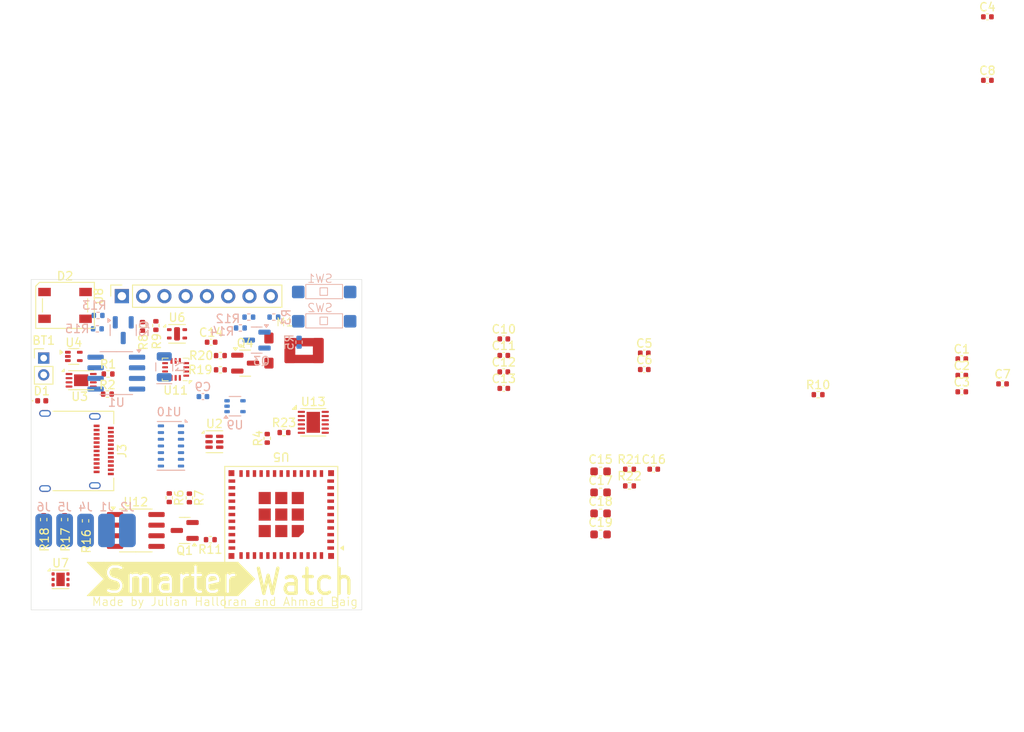
<source format=kicad_pcb>
(kicad_pcb (version 20241229) (generator "pcbnew") (generator_version "9.0")
  (layers (0 "F.Cu" signal) (4 "In1.Cu" signal) (6 "In2.Cu" signal) (2 "B.Cu" signal) (13 "F.Paste" user) (15 "B.Paste" user) (5 "F.SilkS" user "F.Silkscreen") (7 "B.SilkS" user "B.Silkscreen") (1 "F.Mask" user) (3 "B.Mask" user) (25 "Edge.Cuts" user))
  (net 0 "")
  (net 1 "+3.3V")
  (net 2 "RGB_DIN")
  (net 3 "GND")
  (net 4 "+BATT")
  (net 5 "Net-(U1-X2)")
  (net 6 "Net-(U1-X1)")
  (net 7 "+3.3V_sensor")
  (net 8 "+5V")
  (net 9 "SDA")
  (net 11 "SCL")
  (net 13 "Net-(U10-VDD)")
  (net 14 "Net-(D1-K)")
  (net 16 "Net-(M1--)")
  (net 17 "Net-(U3-PROG)")
  (net 18 "Net-(U3-STAT)")
  (net 19 "Net-(SW1-B)")
  (net 20 "Net-(U5-IO8)")
  (net 21 "Net-(SW2-B)")
  (net 22 "SCLK")
  (net 23 "MOSI")
  (net 24 "Sensor_enable")
  (net 25 "Net-(Q1-G)")
  (net 26 "Net-(Q3-G)")
  (net 27 "Screen_power")
  (net 28 "Net-(Q2-G)")
  (net 29 "Backlight")
  (net 30 "Net-(U12-A0)")
  (net 31 "Net-(U12-A1)")
  (net 32 "Net-(U12-A2)")
  (net 33 "Net-(Q4-G)")
  (net 34 "Vibrate")
  (net 40 "Net-(U5-TXD0)")
  (net 42 "USB_D+")
  (net 47 "USB_D-")
  (net 48 "Net-(U5-RXD0)")
  (net 51 "Screen_CS")
  (net 53 "Screen_Reset")
  (net 55 "Screen_A0")
  (net 59 "Net-(Q3-S)")
  (net 60 "Net-(Q2-S)")
  (net 89 "Net-(U13-RDY{slash}MCLR)")
  (net 90 "Net-(U13-VREG)")
  (net 91 "Net-(U13-CRX0{slash}CTX0)")
  (net 92 "CRX0")
  (net 93 "Net-(U13-CRX1{slash}CTX1)")
  (net 94 "CRX1")
  (net 95 "CRX2")
  (net 96 "Net-(U13-CRX2{slash}CTX2{slash}BIAS)")
  (net 98 "OUTA")
  (footprint "Resistor_SMD:R_0402_1005Metric" (layer "F.Cu") (at 41.61 74.2 180)
    (property "Reference" "R2" (at 0 1.1 0) (layer "F.SilkS"))
    (property "Value" "470")
    (pad "1" smd roundrect (at -0.51 0 180) (size 0.54 0.64) (layers "F.Cu" "F.Mask" "F.Paste") (net 14 "Net-(D1-K)"))
    (pad "2" smd roundrect (at 0.51 0 180) (size 0.54 0.64) (layers "F.Cu" "F.Mask" "F.Paste") (net 18 "Net-(U3-STAT)"))
  )
  (footprint "Package_DFN_QFN:DFN-12-1EP_3x3mm_P0.5mm_EP1.6x2.5mm" (layer "F.Cu") (at 66.2 77.575)
    (property "Reference" "U13" (at 0 -2.45 0) (layer "F.SilkS"))
    (property "Value" "~")
    (pad "1" smd roundrect (at -1.425 -1.25) (size 0.85 0.25) (layers "F.Cu" "F.Mask" "F.Paste"))
    (pad "2" smd roundrect (at -1.425 -0.75) (size 0.85 0.25) (layers "F.Cu" "F.Mask" "F.Paste") (net 9 "SDA"))
    (pad "3" smd roundrect (at -1.425 -0.25) (size 0.85 0.25) (layers "F.Cu" "F.Mask" "F.Paste") (net 1 "+3.3V"))
    (pad "4" smd roundrect (at -1.425 0.25) (size 0.85 0.25) (layers "F.Cu" "F.Mask" "F.Paste") (net 90 "Net-(U13-VREG)"))
    (pad "5" smd roundrect (at -1.425 0.75) (size 0.85 0.25) (layers "F.Cu" "F.Mask" "F.Paste") (net 11 "SCL"))
    (pad "6" smd roundrect (at -1.425 1.25) (size 0.85 0.25) (layers "F.Cu" "F.Mask" "F.Paste") (net 96 "Net-(U13-CRX2{slash}CTX2{slash}BIAS)"))
    (pad "7" smd roundrect (at 1.425 1.25) (size 0.85 0.25) (layers "F.Cu" "F.Mask" "F.Paste") (net 91 "Net-(U13-CRX0{slash}CTX0)"))
    (pad "8" smd roundrect (at 1.425 0.75) (size 0.85 0.25) (layers "F.Cu" "F.Mask" "F.Paste"))
    (pad "9" smd roundrect (at 1.425 0.25) (size 0.85 0.25) (layers "F.Cu" "F.Mask" "F.Paste") (net 93 "Net-(U13-CRX1{slash}CTX1)"))
    (pad "10" smd roundrect (at 1.425 -0.25) (size 0.85 0.25) (layers "F.Cu" "F.Mask" "F.Paste") (net 98 "OUTA"))
    (pad "11" smd roundrect (at 1.425 -0.75) (size 0.85 0.25) (layers "F.Cu" "F.Mask" "F.Paste") (net 89 "Net-(U13-RDY{slash}MCLR)"))
    (pad "12" smd roundrect (at 1.425 -1.25) (size 0.85 0.25) (layers "F.Cu" "F.Mask" "F.Paste") (net 3 "GND"))
    (pad "13" smd rect (at 0 0) (size 1.6 2.5) (property pad_prop_heatsink) (layers "F.Cu" "F.Mask") (net 3 "GND"))
  )
  (footprint "Smarter watching stuff foot:Vibration motor" (layer "F.Cu") (at 62.8 69)
    (property "Reference" "M1" (at 0 -3.4 0) (layer "F.SilkS") (effects (font (thickness 0.1))))
    (property "Value" "Motor_DC")
    (pad "0" smd roundrect (at 0.6 0) (size 1.3 3) (layers "F.Cu" "F.Mask" "F.Paste") (roundrect_rratio 0.15))
    (pad "0" smd roundrect (at 2.3 -1) (size 4.6 1) (layers "F.Cu" "F.Mask" "F.Paste") (roundrect_rratio 0.15))
    (pad "0" smd roundrect (at 2.3 1) (size 4.6 1) (layers "F.Cu" "F.Mask" "F.Paste") (roundrect_rratio 0.15))
    (pad "0" smd roundrect (at 4 0) (size 1.3 3) (layers "F.Cu" "F.Mask" "F.Paste") (roundrect_rratio 0.15))
    (pad "1" smd roundrect (at -1.9 -1.5) (size 1.1 1.3) (layers "F.Cu" "F.Mask" "F.Paste") (roundrect_rratio 0.15) (net 1 "+3.3V"))
    (pad "2" smd roundrect (at -1.9 1.5) (size 1.1 1.3) (layers "F.Cu" "F.Mask" "F.Paste") (roundrect_rratio 0.15) (net 16 "Net-(M1--)"))
  )
  (footprint "Resistor_SMD:R_0402_1005Metric" (layer "F.Cu") (at 34 89.2 -90)
    (property "Reference" "R18" (at 2.4 -0.1 90) (layer "F.SilkS"))
    (property "Value" "10K")
    (pad "1" smd roundrect (at -0.51 0 270) (size 0.54 0.64) (layers "F.Cu" "F.Mask" "F.Paste") (net 3 "GND"))
    (pad "2" smd roundrect (at 0.51 0 270) (size 0.54 0.64) (layers "F.Cu" "F.Mask" "F.Paste") (net 32 "Net-(U12-A2)"))
  )
  (footprint "Capacitor_SMD:C_0402_1005Metric" (layer "F.Cu") (at 88.9525 67.61)
    (property "Reference" "C10" (at 0 -1.16 0) (layer "F.SilkS"))
    (property "Value" "4.7 uF")
    (pad "1" smd roundrect (at -0.48 0) (size 0.56 0.62) (layers "F.Cu" "F.Mask" "F.Paste") (net 13 "Net-(U10-VDD)"))
    (pad "2" smd roundrect (at 0.48 0) (size 0.56 0.62) (layers "F.Cu" "F.Mask" "F.Paste") (net 3 "GND"))
  )
  (footprint "Connector_USB:USB_C_Receptacle_Amphenol_12401610E4-2A" (layer "F.Cu") (at 37 81 -90)
    (property "Reference" "J3" (at 0 -6.36 90) (layer "F.SilkS"))
    (property "Value" "CX70M-24P1")
    (pad "" np_thru_hole circle (at -3.6 -4.36 270) (size 0.65 0.65) (drill 0.65) (layers "*.Cu" "*.Mask"))
    (pad "" np_thru_hole oval (at 3.6 -4.36 270) (size 0.95 0.65) (drill oval 0.95 0.65) (layers "*.Cu" "*.Mask"))
    (pad "A1" smd rect (at -2.75 -5.02 270) (size 0.3 0.7) (layers "F.Cu" "F.Mask" "F.Paste") (net 3 "GND"))
    (pad "A2" smd rect (at -2.25 -5.02 270) (size 0.3 0.7) (layers "F.Cu" "F.Mask" "F.Paste"))
    (pad "A3" smd rect (at -1.75 -5.02 270) (size 0.3 0.7) (layers "F.Cu" "F.Mask" "F.Paste"))
    (pad "A4" smd rect (at -1.25 -5.02 270) (size 0.3 0.7) (layers "F.Cu" "F.Mask" "F.Paste") (net 8 "+5V"))
    (pad "A5" smd rect (at -0.75 -5.02 270) (size 0.3 0.7) (layers "F.Cu" "F.Mask" "F.Paste"))
    (pad "A6" smd rect (at -0.25 -5.02 270) (size 0.3 0.7) (layers "F.Cu" "F.Mask" "F.Paste") (net 42 "USB_D+"))
    (pad "A7" smd rect (at 0.25 -5.02 270) (size 0.3 0.7) (layers "F.Cu" "F.Mask" "F.Paste") (net 47 "USB_D-"))
    (pad "A8" smd rect (at 0.75 -5.02 270) (size 0.3 0.7) (layers "F.Cu" "F.Mask" "F.Paste"))
    (pad "A9" smd rect (at 1.25 -5.02 270) (size 0.3 0.7) (layers "F.Cu" "F.Mask" "F.Paste") (net 8 "+5V"))
    (pad "A10" smd rect (at 1.75 -5.02 270) (size 0.3 0.7) (layers "F.Cu" "F.Mask" "F.Paste"))
    (pad "A11" smd rect (at 2.25 -5.02 270) (size 0.3 0.7) (layers "F.Cu" "F.Mask" "F.Paste"))
    (pad "A12" smd rect (at 2.75 -5.02 270) (size 0.3 0.7) (layers "F.Cu" "F.Mask" "F.Paste") (net 3 "GND"))
    (pad "B1" smd rect (at 2.5 -3.32 270) (size 0.3 0.7) (layers "F.Cu" "F.Mask" "F.Paste") (net 3 "GND"))
    (pad "B2" smd rect (at 2 -3.32 270) (size 0.3 0.7) (layers "F.Cu" "F.Mask" "F.Paste"))
    (pad "B3" smd rect (at 1.5 -3.32 270) (size 0.3 0.7) (layers "F.Cu" "F.Mask" "F.Paste"))
    (pad "B4" smd rect (at 1 -3.32 270) (size 0.3 0.7) (layers "F.Cu" "F.Mask" "F.Paste") (net 8 "+5V"))
    (pad "B5" smd rect (at 0.5 -3.32 270) (size 0.3 0.7) (layers "F.Cu" "F.Mask" "F.Paste"))
    (pad "B6" smd rect (at 0 -3.32 270) (size 0.3 0.7) (layers "F.Cu" "F.Mask" "F.Paste") (net 42 "USB_D+"))
    (pad "B7" smd rect (at -0.5 -3.32 270) (size 0.3 0.7) (layers "F.Cu" "F.Mask" "F.Paste") (net 47 "USB_D-"))
    (pad "B8" smd rect (at -1 -3.32 270) (size 0.3 0.7) (layers "F.Cu" "F.Mask" "F.Paste"))
    (pad "B9" smd rect (at -1.5 -3.32 270) (size 0.3 0.7) (layers "F.Cu" "F.Mask" "F.Paste") (net 8 "+5V"))
    (pad "B10" smd rect (at -2 -3.32 270) (size 0.3 0.7) (layers "F.Cu" "F.Mask" "F.Paste"))
    (pad "B11" smd rect (at -2.5 -3.32 270) (size 0.3 0.7) (layers "F.Cu" "F.Mask" "F.Paste"))
    (pad "B12" smd rect (at -3 -3.32 270) (size 0.3 0.7) (layers "F.Cu" "F.Mask" "F.Paste") (net 3 "GND"))
    (pad "S1" thru_hole oval (at -4.49 2.84 270) (size 0.8 1.4) (drill oval 0.5 1.1) (property pad_prop_heatsink) (layers "*.Cu" "*.Mask"))
    (pad "S1" thru_hole oval (at -4.13 -3.11 270) (size 0.8 1.4) (drill oval 0.5 1.1) (property pad_prop_heatsink) (layers "*.Cu" "*.Mask"))
    (pad "S1" thru_hole oval (at 4.13 -3.11 270) (size 0.8 1.4) (drill oval 0.5 1.1) (property pad_prop_heatsink) (layers "*.Cu" "*.Mask"))
    (pad "S1" thru_hole oval (at 4.49 2.84 270) (size 0.8 1.4) (drill oval 0.5 1.1) (property pad_prop_heatsink) (layers "*.Cu" "*.Mask"))
  )
  (footprint "Connector_PinSocket_2.54mm:PinSocket_1x08_P2.54mm_Vertical" (layer "F.Cu") (at 43.34 62.5 90)
    (property "Reference" "U8" (at 0 -2.77 90) (layer "F.SilkS"))
    (property "Value" "~")
    (pad "1" thru_hole rect (at 0 0 90) (size 1.7 1.7) (drill 1) (layers "*.Cu" "*.Mask") (net 60 "Net-(Q2-S)"))
    (pad "2" thru_hole circle (at 0 2.54 90) (size 1.7 1.7) (drill 1) (layers "*.Cu" "*.Mask") (net 22 "SCLK"))
    (pad "3" thru_hole circle (at 0 5.08 90) (size 1.7 1.7) (drill 1) (layers "*.Cu" "*.Mask") (net 23 "MOSI"))
    (pad "4" thru_hole circle (at 0 7.62 90) (size 1.7 1.7) (drill 1) (layers "*.Cu" "*.Mask") (net 55 "Screen_A0"))
    (pad "5" thru_hole circle (at 0 10.16 90) (size 1.7 1.7) (drill 1) (layers "*.Cu" "*.Mask") (net 53 "Screen_Reset"))
    (pad "6" thru_hole circle (at 0 12.7 90) (size 1.7 1.7) (drill 1) (layers "*.Cu" "*.Mask") (net 51 "Screen_CS"))
    (pad "7" thru_hole circle (at 0 15.24 90) (size 1.7 1.7) (drill 1) (layers "*.Cu" "*.Mask") (net 3 "GND"))
    (pad "8" thru_hole circle (at 0 17.78 90) (size 1.7 1.7) (drill 1) (layers "*.Cu" "*.Mask") (net 59 "Net-(Q3-S)"))
  )
  (footprint "Resistor_SMD:R_0402_1005Metric" (layer "F.Cu") (at 51.4 86.61 -90)
    (property "Reference" "R7" (at 0 -1.17 90) (layer "F.SilkS"))
    (property "Value" "4.7K")
    (pad "1" smd roundrect (at -0.51 0 270) (size 0.54 0.64) (layers "F.Cu" "F.Mask" "F.Paste") (net 1 "+3.3V"))
    (pad "2" smd roundrect (at 0.51 0 270) (size 0.54 0.64) (layers "F.Cu" "F.Mask" "F.Paste") (net 9 "SDA"))
  )
  (footprint "Capacitor_SMD:C_0402_1005Metric" (layer "F.Cu") (at 88.9525 69.58)
    (property "Reference" "C11" (at 0 -1.16 0) (layer "F.SilkS"))
    (property "Value" "0.1 uF")
    (pad "1" smd roundrect (at -0.48 0) (size 0.56 0.62) (layers "F.Cu" "F.Mask" "F.Paste") (net 13 "Net-(U10-VDD)"))
    (pad "2" smd roundrect (at 0.48 0) (size 0.56 0.62) (layers "F.Cu" "F.Mask" "F.Paste") (net 3 "GND"))
  )
  (footprint "OptoDevice:AMS_TSL25911FN" (layer "F.Cu") (at 54.3875 79.9)
    (property "Reference" "U2" (at 0 -2.15 0) (layer "F.SilkS"))
    (property "Value" "TSL25911FN")
    (pad "1" smd roundrect (at -0.6375 -0.65) (size 0.875 0.4) (layers "F.Cu" "F.Mask" "F.Paste") (net 11 "SCL"))
    (pad "2" smd roundrect (at -0.6375 0) (size 0.875 0.4) (layers "F.Cu" "F.Mask" "F.Paste"))
    (pad "3" smd roundrect (at -0.6375 0.65) (size 0.875 0.4) (layers "F.Cu" "F.Mask" "F.Paste") (net 3 "GND"))
    (pad "4" smd roundrect (at 0.6375 0.65) (size 0.875 0.4) (layers "F.Cu" "F.Mask" "F.Paste"))
    (pad "5" smd roundrect (at 0.6375 0) (size 0.875 0.4) (layers "F.Cu" "F.Mask" "F.Paste") (net 7 "+3.3V_sensor"))
    (pad "6" smd roundrect (at 0.6375 -0.65) (size 0.875 0.4) (layers "F.Cu" "F.Mask" "F.Paste") (net 9 "SDA"))
  )
  (footprint "Resistor_SMD:R_0402_1005Metric" (layer "F.Cu") (at 47.4 66.01 90)
    (property "Reference" "R9" (at -1.89 0.1 90) (layer "F.SilkS"))
    (property "Value" "4.7K")
    (pad "1" smd roundrect (at -0.51 0 90) (size 0.54 0.64) (layers "F.Cu" "F.Mask" "F.Paste") (net 1 "+3.3V"))
    (pad "2" smd roundrect (at 0.51 0 90) (size 0.54 0.64) (layers "F.Cu" "F.Mask" "F.Paste") (net 23 "MOSI"))
  )
  (footprint "Resistor_SMD:R_0402_1005Metric" (layer "F.Cu") (at 39 89.353641 -90)
    (property "Reference" "R16" (at 2.446359 -0.1 90) (layer "F.SilkS"))
    (property "Value" "10K")
    (pad "1" smd roundrect (at -0.51 0 270) (size 0.54 0.64) (layers "F.Cu" "F.Mask" "F.Paste") (net 3 "GND"))
    (pad "2" smd roundrect (at 0.51 0 270) (size 0.54 0.64) (layers "F.Cu" "F.Mask" "F.Paste") (net 30 "Net-(U12-A0)"))
  )
  (footprint "LED_SMD:LED_0402_1005Metric" (layer "F.Cu") (at 33.765 75)
    (property "Reference" "D1" (at 0 -1.17 0) (layer "F.SilkS"))
    (property "Value" "LED")
    (pad "1" smd roundrect (at -0.485 0) (size 0.59 0.64) (layers "F.Cu" "F.Mask" "F.Paste") (net 14 "Net-(D1-K)"))
    (pad "2" smd roundrect (at 0.485 0) (size 0.59 0.64) (layers "F.Cu" "F.Mask" "F.Paste") (net 8 "+5V"))
  )
  (footprint "Resistor_SMD:R_0402_1005Metric" (layer "F.Cu") (at 60.7 79.49 -90)
    (property "Reference" "R4" (at 0 1.1 90) (layer "F.SilkS"))
    (property "Value" "10k")
    (pad "1" smd roundrect (at -0.51 0 270) (size 0.54 0.64) (layers "F.Cu" "F.Mask" "F.Paste") (net 1 "+3.3V"))
    (pad "2" smd roundrect (at 0.51 0 270) (size 0.54 0.64) (layers "F.Cu" "F.Mask" "F.Paste") (net 20 "Net-(U5-IO8)"))
  )
  (footprint "Resistor_SMD:R_0402_1005Metric" (layer "F.Cu") (at 126.4925 74.27)
    (property "Reference" "R10" (at 0 -1.17 0) (layer "F.SilkS"))
    (property "Value" "1k")
    (pad "1" smd roundrect (at -0.51 0) (size 0.54 0.64) (layers "F.Cu" "F.Mask" "F.Paste") (net 24 "Sensor_enable"))
    (pad "2" smd roundrect (at 0.51 0) (size 0.54 0.64) (layers "F.Cu" "F.Mask" "F.Paste") (net 25 "Net-(Q1-G)"))
  )
  (footprint "Capacitor_SMD:C_0402_1005Metric" (layer "F.Cu") (at 105.7325 69.3)
    (property "Reference" "C5" (at 0 -1.16 0) (layer "F.SilkS"))
    (property "Value" "4.7 uf")
    (pad "1" smd roundrect (at -0.48 0) (size 0.56 0.62) (layers "F.Cu" "F.Mask" "F.Paste") (net 3 "GND"))
    (pad "2" smd roundrect (at 0.48 0) (size 0.56 0.62) (layers "F.Cu" "F.Mask" "F.Paste") (net 8 "+5V"))
  )
  (footprint "Package_TO_SOT_SMD:SOT-23" (layer "F.Cu") (at 58.0625 70.5)
    (property "Reference" "Q4" (at 0 -2.4 0) (layer "F.SilkS"))
    (property "Value" "2N7002")
    (pad "1" smd roundrect (at -0.9375 -0.95) (size 1.475 0.6) (layers "F.Cu" "F.Mask" "F.Paste") (net 33 "Net-(Q4-G)"))
    (pad "2" smd roundrect (at -0.9375 0.95) (size 1.475 0.6) (layers "F.Cu" "F.Mask" "F.Paste") (net 3 "GND"))
    (pad "3" smd roundrect (at 0.9375 0) (size 1.475 0.6) (layers "F.Cu" "F.Mask" "F.Paste") (net 16 "Net-(M1--)"))
  )
  (footprint "Capacitor_SMD:C_0402_1005Metric" (layer "F.Cu") (at 88.9525 71.55)
    (property "Reference" "C12" (at 0 -1.16 0) (layer "F.SilkS"))
    (property "Value" "10 uF")
    (pad "1" smd roundrect (at -0.48 0) (size 0.56 0.62) (layers "F.Cu" "F.Mask" "F.Paste") (net 3 "GND"))
    (pad "2" smd roundrect (at 0.48 0) (size 0.56 0.62) (layers "F.Cu" "F.Mask" "F.Paste") (net 7 "+3.3V_sensor"))
  )
  (footprint "Resistor_SMD:R_0402_1005Metric" (layer "F.Cu") (at 103.97 85.175)
    (property "Reference" "R22" (at 0 -1.17 0) (layer "F.SilkS"))
    (property "Value" "470R")
    (pad "1" smd roundrect (at -0.51 0) (size 0.54 0.64) (layers "F.Cu" "F.Mask" "F.Paste") (net 94 "CRX1"))
    (pad "2" smd roundrect (at 0.51 0) (size 0.54 0.64) (layers "F.Cu" "F.Mask" "F.Paste") (net 93 "Net-(U13-CRX1{slash}CTX1)"))
  )
  (footprint "Capacitor_SMD:C_0603_1608Metric" (layer "F.Cu") (at 100.51 83.445)
    (property "Reference" "C15" (at 0 -1.43 0) (layer "F.SilkS"))
    (property "Value" "1nF")
    (pad "1" smd roundrect (at -0.775 0) (size 0.9 0.95) (layers "F.Cu" "F.Mask" "F.Paste") (net 89 "Net-(U13-RDY{slash}MCLR)"))
    (pad "2" smd roundrect (at 0.775 0) (size 0.9 0.95) (layers "F.Cu" "F.Mask" "F.Paste") (net 3 "GND"))
  )
  (footprint "Resistor_SMD:R_0402_1005Metric" (layer "F.Cu") (at 45.8 66.11 90)
    (property "Reference" "R8" (at -1.89 0.1 90) (layer "F.SilkS"))
    (property "Value" "4.7K")
    (pad "1" smd roundrect (at -0.51 0 90) (size 0.54 0.64) (layers "F.Cu" "F.Mask" "F.Paste") (net 1 "+3.3V"))
    (pad "2" smd roundrect (at 0.51 0 90) (size 0.54 0.64) (layers "F.Cu" "F.Mask" "F.Paste") (net 22 "SCLK"))
  )
  (footprint "Capacitor_SMD:C_0402_1005Metric" (layer "F.Cu") (at 146.7125 29.11)
    (property "Reference" "C4" (at 0 -1.16 0) (layer "F.SilkS"))
    (property "Value" "1 uf")
    (pad "1" smd roundrect (at -0.48 0) (size 0.56 0.62) (layers "F.Cu" "F.Mask" "F.Paste") (net 7 "+3.3V_sensor"))
    (pad "2" smd roundrect (at 0.48 0) (size 0.56 0.62) (layers "F.Cu" "F.Mask" "F.Paste") (net 3 "GND"))
  )
  (footprint "Capacitor_SMD:C_0402_1005Metric" (layer "F.Cu") (at 143.6525 73.93)
    (property "Reference" "C3" (at 0 -1.16 0) (layer "F.SilkS"))
    (property "Value" "12 picoF")
    (pad "1" smd roundrect (at -0.48 0) (size 0.56 0.62) (layers "F.Cu" "F.Mask" "F.Paste") (net 6 "Net-(U1-X1)"))
    (pad "2" smd roundrect (at 0.48 0) (size 0.56 0.62) (layers "F.Cu" "F.Mask" "F.Paste") (net 3 "GND"))
  )
  (footprint "RF_Module:ESP32-C6-MINI-1" (layer "F.Cu") (at 62.375 88.6 180)
    (property "Reference" "U5" (at 0 6.9 180) (layer "F.SilkS"))
    (property "Value" "ESP32-C6-MINI-1")
    (pad "1" smd rect (at -5.9 -4 180) (size 0.8 0.4) (layers "F.Cu" "F.Mask" "F.Paste") (net 3 "GND"))
    (pad "2" smd rect (at -5.9 -3.2 180) (size 0.8 0.4) (layers "F.Cu" "F.Mask" "F.Paste") (net 3 "GND"))
    (pad "3" smd rect (at -5.9 -2.4 180) (size 0.8 0.4) (layers "F.Cu" "F.Mask" "F.Paste") (net 1 "+3.3V"))
    (pad "4" smd rect (at -5.9 -1.6 180) (size 0.8 0.4) (layers "F.Cu" "F.Mask" "F.Paste"))
    (pad "5" smd rect (at -5.9 -0.8 180) (size 0.8 0.4) (layers "F.Cu" "F.Mask" "F.Paste") (net 53 "Screen_Reset"))
    (pad "6" smd rect (at -5.9 0 180) (size 0.8 0.4) (layers "F.Cu" "F.Mask" "F.Paste") (net 55 "Screen_A0"))
    (pad "7" smd rect (at -5.9 0.8 180) (size 0.8 0.4) (layers "F.Cu" "F.Mask" "F.Paste"))
    (pad "8" smd rect (at -5.9 1.6 180) (size 0.8 0.4) (layers "F.Cu" "F.Mask" "F.Paste") (net 19 "Net-(SW1-B)"))
    (pad "9" smd rect (at -5.9 2.4 180) (size 0.8 0.4) (layers "F.Cu" "F.Mask" "F.Paste"))
    (pad "10" smd rect (at -5.9 3.2 180) (size 0.8 0.4) (layers "F.Cu" "F.Mask" "F.Paste"))
    (pad "11" smd rect (at -5.9 4 180) (size 0.8 0.4) (layers "F.Cu" "F.Mask" "F.Paste") (net 3 "GND"))
    (pad "12" smd rect (at -4.8 4.9 270) (size 0.8 0.4) (layers "F.Cu" "F.Mask" "F.Paste"))
    (pad "13" smd rect (at -4 4.9 270) (size 0.8 0.4) (layers "F.Cu" "F.Mask" "F.Paste") (net 51 "Screen_CS"))
    (pad "14" smd rect (at -3.2 4.9 270) (size 0.8 0.4) (layers "F.Cu" "F.Mask" "F.Paste") (net 3 "GND"))
    (pad "15" smd rect (at -2.4 4.9 270) (size 0.8 0.4) (layers "F.Cu" "F.Mask" "F.Paste") (net 11 "SCL"))
    (pad "16" smd rect (at -1.6 4.9 270) (size 0.8 0.4) (layers "F.Cu" "F.Mask" "F.Paste") (net 9 "SDA"))
    (pad "17" smd rect (at -0.8 4.9 270) (size 0.8 0.4) (layers "F.Cu" "F.Mask" "F.Paste") (net 47 "USB_D-"))
    (pad "18" smd rect (at 0 4.9 270) (size 0.8 0.4) (layers "F.Cu" "F.Mask" "F.Paste") (net 42 "USB_D+"))
    (pad "19" smd rect (at 0.8 4.9 270) (size 0.8 0.4) (layers "F.Cu" "F.Mask" "F.Paste") (net 27 "Screen_power"))
    (pad "20" smd rect (at 1.6 4.9 270) (size 0.8 0.4) (layers "F.Cu" "F.Mask" "F.Paste"))
    (pad "21" smd rect (at 2.4 4.9 270) (size 0.8 0.4) (layers "F.Cu" "F.Mask" "F.Paste"))
    (pad "22" smd rect (at 3.2 4.9 270) (size 0.8 0.4) (layers "F.Cu" "F.Mask" "F.Paste") (net 20 "Net-(U5-IO8)"))
    (pad "23" smd rect (at 4 4.9 270) (size 0.8 0.4) (layers "F.Cu" "F.Mask" "F.Paste") (net 21 "Net-(SW2-B)"))
    (pad "24" smd rect (at 4.8 4.9 270) (size 0.8 0.4) (layers "F.Cu" "F.Mask" "F.Paste") (net 34 "Vibrate"))
    (pad "25" smd rect (at 5.9 4 180) (size 0.8 0.4) (layers "F.Cu" "F.Mask" "F.Paste") (net 24 "Sensor_enable"))
    (pad "26" smd rect (at 5.9 3.2 180) (size 0.8 0.4) (layers "F.Cu" "F.Mask" "F.Paste") (net 29 "Backlight"))
    (pad "27" smd rect (at 5.9 2.4 180) (size 0.8 0.4) (layers "F.Cu" "F.Mask" "F.Paste") (net 2 "RGB_DIN"))
    (pad "28" smd rect (at 5.9 1.6 180) (size 0.8 0.4) (layers "F.Cu" "F.Mask" "F.Paste") (net 23 "MOSI"))
    (pad "29" smd rect (at 5.9 0.8 180) (size 0.8 0.4) (layers "F.Cu" "F.Mask" "F.Paste") (net 22 "SCLK"))
    (pad "30" smd rect (at 5.9 0 180) (size 0.8 0.4) (layers "F.Cu" "F.Mask" "F.Paste") (net 48 "Net-(U5-RXD0)"))
    (pad "31" smd rect (at 5.9 -0.8 180) (size 0.8 0.4) (layers "F.Cu" "F.Mask" "F.Paste") (net 40 "Net-(U5-TXD0)"))
    (pad "32" smd rect (at 5.9 -1.6 180) (size 0.8 0.4) (layers "F.Cu" "F.Mask" "F.Paste"))
    (pad "33" smd rect (at 5.9 -2.4 180) (size 0.8 0.4) (layers "F.Cu" "F.Mask" "F.Paste"))
    (pad "34" smd rect (at 5.9 -3.2 180) (size 0.8 0.4) (layers "F.Cu" "F.Mask" "F.Paste"))
    (pad "35" smd rect (at 5.9 -4 180) (size 0.8 0.4) (layers "F.Cu" "F.Mask" "F.Paste"))
    (pad "36" smd rect (at 4.8 -4.9 270) (size 0.8 0.4) (layers "F.Cu" "F.Mask" "F.Paste") (net 3 "GND"))
    (pad "37" smd rect (at 4 -4.9 270) (size 0.8 0.4) (layers "F.Cu" "F.Mask" "F.Paste") (net 3 "GND"))
    (pad "38" smd rect (at 3.2 -4.9 270) (size 0.8 0.4) (layers "F.Cu" "F.Mask" "F.Paste") (net 3 "GND"))
    (pad "39" smd rect (at 2.4 -4.9 270) (size 0.8 0.4) (layers "F.Cu" "F.Mask" "F.Paste") (net 3 "GND"))
    (pad "40" smd rect (at 1.6 -4.9 270) (size 0.8 0.4) (layers "F.Cu" "F.Mask" "F.Paste") (net 3 "GND"))
    (pad "41" smd rect (at 0.8 -4.9 270) (size 0.8 0.4) (layers "F.Cu" "F.Mask" "F.Paste") (net 3 "GND"))
    (pad "42" smd rect (at 0 -4.9 270) (size 0.8 0.4) (layers "F.Cu" "F.Mask" "F.Paste") (net 3 "GND"))
    (pad "43" smd rect (at -0.8 -4.9 270) (size 0.8 0.4) (layers "F.Cu" "F.Mask" "F.Paste") (net 3 "GND"))
    (pad "44" smd rect (at -1.6 -4.9 270) (size 0.8 0.4) (layers "F.Cu" "F.Mask" "F.Paste") (net 3 "GND"))
    (pad "45" smd rect (at -2.4 -4.9 270) (size 0.8 0.4) (layers "F.Cu" "F.Mask" "F.Paste") (net 3 "GND"))
    (pad "46" smd rect (at -3.2 -4.9 270) (size 0.8 0.4) (layers "F.Cu" "F.Mask" "F.Paste") (net 3 "GND"))
    (pad "47" smd rect (at -4 -4.9 270) (size 0.8 0.4) (layers "F.Cu" "F.Mask" "F.Paste") (net 3 "GND"))
    (pad "48" smd rect (at -4.8 -4.9 270) (size 0.8 0.4) (layers "F.Cu" "F.Mask" "F.Paste") (net 3 "GND"))
    (pad "49" smd roundrect (at -1.975 -1.975 180) (size 1.45 1.45) (property pad_prop_heatsink) (layers "F.Cu" "F.Mask" "F.Paste") (roundrect_rratio 0) (chamfer_ratio 0.41) (chamfer top_left) (net 3 "GND"))
    (pad "49" smd rect (at -1.975 0 180) (size 1.45 1.45) (property pad_prop_heatsink) (layers "F.Cu" "F.Mask" "F.Paste") (net 3 "GND"))
    (pad "49" smd rect (at -1.975 1.975 180) (size 1.45 1.45) (property pad_prop_heatsink) (layers "F.Cu" "F.Mask" "F.Paste") (net 3 "GND"))
    (pad "49" smd rect (at 0 -1.975 180) (size 1.45 1.45) (property pad_prop_heatsink) (layers "F.Cu" "F.Mask" "F.Paste") (net 3 "GND"))
    (pad "49" smd rect (at 0 0 180) (size 1.45 1.45) (property pad_prop_heatsink) (layers "F.Cu" "F.Mask" "F.Paste") (net 3 "GND"))
    (pad "49" smd rect (at 0 1.975 180) (size 1.45 1.45) (property pad_prop_heatsink) (layers "F.Cu" "F.Mask" "F.Paste") (net 3 "GND"))
    (pad "49" smd rect (at 1.975 -1.975 180) (size 1.45 1.45) (property pad_prop_heatsink) (layers "F.Cu" "F.Mask" "F.Paste") (net 3 "GND"))
    (pad "49" smd rect (at 1.975 0 180) (size 1.45 1.45) (property pad_prop_heatsink) (layers "F.Cu" "F.Mask" "F.Paste") (net 3 "GND"))
    (pad "49" smd rect (at 1.975 1.975 180) (size 1.45 1.45) (property pad_prop_heatsink) (layers "F.Cu" "F.Mask" "F.Paste") (net 3 "GND"))
    (pad "50" smd rect (at 5.95 -4.95 180) (size 0.7 0.7) (layers "F.Cu" "F.Mask" "F.Paste") (net 3 "GND"))
    (pad "51" smd rect (at 5.95 4.95 180) (size 0.7 0.7) (layers "F.Cu" "F.Mask" "F.Paste") (net 3 "GND"))
    (pad "52" smd rect (at -5.95 4.95 180) (size 0.7 0.7) (layers "F.Cu" "F.Mask" "F.Paste") (net 3 "GND"))
    (pad "53" smd rect (at -5.95 -4.95 180) (size 0.7 0.7) (layers "F.Cu" "F.Mask" "F.Paste") (net 3 "GND"))
  )
  (footprint "Capacitor_SMD:C_0402_1005Metric" (layer "F.Cu") (at 88.9525 73.52)
    (property "Reference" "C13" (at 0 -1.16 0) (layer "F.SilkS"))
    (property "Value" "0.1 uF")
    (pad "1" smd roundrect (at -0.48 0) (size 0.56 0.62) (layers "F.Cu" "F.Mask" "F.Paste") (net 7 "+3.3V_sensor"))
    (pad "2" smd roundrect (at 0.48 0) (size 0.56 0.62) (layers "F.Cu" "F.Mask" "F.Paste") (net 3 "GND"))
  )
  (footprint "Capacitor_SMD:C_0402_1005Metric" (layer "F.Cu") (at 54 68)
    (property "Reference" "C14" (at 0 -1.16 0) (layer "F.SilkS"))
    (property "Value" ".1 uf")
    (pad "1" smd roundrect (at -0.48 0) (size 0.56 0.62) (layers "F.Cu" "F.Mask" "F.Paste") (net 3 "GND"))
    (pad "2" smd roundrect (at 0.48 0) (size 0.56 0.62) (layers "F.Cu" "F.Mask" "F.Paste") (net 1 "+3.3V"))
  )
  (footprint "Package_TO_SOT_SMD:SOT-23" (layer "F.Cu") (at 50.8375 90.5 180)
    (property "Reference" "Q1" (at 0 -2.4 0) (layer "F.SilkS"))
    (property "Value" "2N7002")
    (pad "1" smd roundrect (at -0.9375 -0.95 180) (size 1.475 0.6) (layers "F.Cu" "F.Mask" "F.Paste") (net 25 "Net-(Q1-G)"))
    (pad "2" smd roundrect (at -0.9375 0.95 180) (size 1.475 0.6) (layers "F.Cu" "F.Mask" "F.Paste") (net 7 "+3.3V_sensor"))
    (pad "3" smd roundrect (at 0.9375 0 180) (size 1.475 0.6) (layers "F.Cu" "F.Mask" "F.Paste") (net 1 "+3.3V"))
  )
  (footprint "Package_SO:SOIC-8_3.9x4.9mm_P1.27mm" (layer "F.Cu") (at 45 90.5)
    (property "Reference" "U12" (at 0 -3.4 0) (layer "F.SilkS"))
    (property "Value" "M24C64-WMN6TP")
    (pad "1" smd roundrect (at -2.475 -1.905) (size 1.95 0.6) (layers "F.Cu" "F.Mask" "F.Paste") (net 30 "Net-(U12-A0)"))
    (pad "2" smd roundrect (at -2.475 -0.635) (size 1.95 0.6) (layers "F.Cu" "F.Mask" "F.Paste") (net 31 "Net-(U12-A1)"))
    (pad "3" smd roundrect (at -2.475 0.635) (size 1.95 0.6) (layers "F.Cu" "F.Mask" "F.Paste") (net 32 "Net-(U12-A2)"))
    (pad "4" smd roundrect (at -2.475 1.905) (size 1.95 0.6) (layers "F.Cu" "F.Mask" "F.Paste") (net 3 "GND"))
    (pad "5" smd roundrect (at 2.475 1.905) (size 1.95 0.6) (layers "F.Cu" "F.Mask" "F.Paste") (net 9 "SDA"))
    (pad "6" smd roundrect (at 2.475 0.635) (size 1.95 0.6) (layers "F.Cu" "F.Mask" "F.Paste") (net 11 "SCL"))
    (pad "7" smd roundrect (at 2.475 -0.635) (size 1.95 0.6) (layers "F.Cu" "F.Mask" "F.Paste") (net 3 "GND"))
    (pad "8" smd roundrect (at 2.475 -1.905) (size 1.95 0.6) (layers "F.Cu" "F.Mask" "F.Paste") (net 1 "+3.3V"))
  )
  (footprint "Capacitor_SMD:C_0603_1608Metric" (layer "F.Cu") (at 100.51 90.975)
    (property "Reference" "C19" (at 0 -1.43 0) (layer "F.SilkS"))
    (property "Value" "100pF")
    (pad "1" smd roundrect (at -0.775 0) (size 0.9 0.95) (layers "F.Cu" "F.Mask" "F.Paste") (net 90 "Net-(U13-VREG)"))
    (pad "2" smd roundrect (at 0.775 0) (size 0.9 0.95) (layers "F.Cu" "F.Mask" "F.Paste") (net 3 "GND"))
  )
  (footprint "Package_LGA:Bosch_LGA-14_3x2.5mm_P0.5mm" (layer "F.Cu") (at 49.7625 71.25 180)
    (property "Reference" "U11" (at 0 -2.5 0) (layer "F.SilkS"))
    (property "Value" "BMI160")
    (pad "1" smd rect (at -1.2625 -0.75 180) (size 0.675 0.25) (layers "F.Cu" "F.Mask" "F.Paste"))
    (pad "2" smd rect (at -1.2625 -0.25 180) (size 0.675 0.25) (layers "F.Cu" "F.Mask" "F.Paste"))
    (pad "3" smd rect (at -1.2625 0.25 180) (size 0.675 0.25) (layers "F.Cu" "F.Mask" "F.Paste"))
    (pad "4" smd rect (at -1.2625 0.75 180) (size 0.675 0.25) (layers "F.Cu" "F.Mask" "F.Paste"))
    (pad "5" smd rect (at -0.5 1.0125 180) (size 0.25 0.675) (layers "F.Cu" "F.Mask" "F.Paste") (net 1 "+3.3V"))
    (pad "6" smd rect (at 0 1.0125 180) (size 0.25 0.675) (layers "F.Cu" "F.Mask" "F.Paste") (net 3 "GND"))
    (pad "7" smd rect (at 0.5 1.0125 180) (size 0.25 0.675) (layers "F.Cu" "F.Mask" "F.Paste") (net 3 "GND"))
    (pad "8" smd rect (at 1.2625 0.75 180) (size 0.675 0.25) (layers "F.Cu" "F.Mask" "F.Paste") (net 1 "+3.3V"))
    (pad "9" smd rect (at 1.2625 0.25 180) (size 0.675 0.25) (layers "F.Cu" "F.Mask" "F.Paste"))
    (pad "10" smd rect (at 1.2625 -0.25 180) (size 0.675 0.25) (layers "F.Cu" "F.Mask" "F.Paste"))
    (pad "11" smd rect (at 1.2625 -0.75 180) (size 0.675 0.25) (layers "F.Cu" "F.Mask" "F.Paste"))
    (pad "12" smd rect (at 0.5 -1.0125 180) (size 0.25 0.675) (layers "F.Cu" "F.Mask" "F.Paste"))
    (pad "13" smd rect (at 0 -1.0125 180) (size 0.25 0.675) (layers "F.Cu" "F.Mask" "F.Paste") (net 11 "SCL"))
    (pad "14" smd rect (at -0.5 -1.0125 180) (size 0.25 0.675) (layers "F.Cu" "F.Mask" "F.Paste") (net 9 "SDA"))
  )
  (footprint "Resistor_SMD:R_0402_1005Metric" (layer "F.Cu") (at 41.69 71.8)
    (property "Reference" "R1" (at 0 -1.17 0) (layer "F.SilkS"))
    (property "Value" "2k")
    (pad "1" smd roundrect (at -0.51 0) (size 0.54 0.64) (layers "F.Cu" "F.Mask" "F.Paste") (net 17 "Net-(U3-PROG)"))
    (pad "2" smd roundrect (at 0.51 0) (size 0.54 0.64) (layers "F.Cu" "F.Mask" "F.Paste") (net 3 "GND"))
  )
  (footprint "Capacitor_SMD:C_0402_1005Metric" (layer "F.Cu") (at 146.7125 36.7)
    (property "Reference" "C8" (at 0 -1.16 0) (layer "F.SilkS"))
    (property "Value" "0.1 uF")
    (pad "1" smd roundrect (at -0.48 0) (size 0.56 0.62) (layers "F.Cu" "F.Mask" "F.Paste") (net 3 "GND"))
    (pad "2" smd roundrect (at 0.48 0) (size 0.56 0.62) (layers "F.Cu" "F.Mask" "F.Paste") (net 7 "+3.3V_sensor"))
  )
  (footprint "Package_SON:WSON-6-1EP_2x2mm_P0.65mm_EP1x1.6mm" (layer "F.Cu") (at 36.0125 96.35)
    (property "Reference" "U7" (at 0 -1.95 0) (layer "F.SilkS"))
    (property "Value" "TMP117xxDRV")
    (pad "1" smd roundrect (at -0.8875 -0.65) (size 0.375 0.4) (layers "F.Cu" "F.Mask" "F.Paste") (net 11 "SCL"))
    (pad "2" smd roundrect (at -0.8875 0) (size 0.375 0.4) (layers "F.Cu" "F.Mask" "F.Paste") (net 3 "GND"))
    (pad "3" smd roundrect (at -0.8875 0.65) (size 0.375 0.4) (layers "F.Cu" "F.Mask" "F.Paste"))
    (pad "4" smd roundrect (at 0.8875 0.65) (size 0.375 0.4) (layers "F.Cu" "F.Mask" "F.Paste") (net 3 "GND"))
    (pad "5" smd roundrect (at 0.8875 0) (size 0.375 0.4) (layers "F.Cu" "F.Mask" "F.Paste") (net 7 "+3.3V_sensor"))
    (pad "6" smd roundrect (at 0.8875 -0.65) (size 0.375 0.4) (layers "F.Cu" "F.Mask" "F.Paste") (net 9 "SDA"))
    (pad "7" smd rect (at 0 0) (size 1 1.6) (property pad_prop_heatsink) (layers "F.Cu" "F.Mask"))
  )
  (footprint "Resistor_SMD:R_0402_1005Metric" (layer "F.Cu") (at 55.1 71.3)
    (property "Reference" "R19" (at -2.4 0 0) (layer "F.SilkS"))
    (property "Value" "1k")
    (pad "1" smd roundrect (at -0.51 0) (size 0.54 0.64) (layers "F.Cu" "F.Mask" "F.Paste") (net 34 "Vibrate"))
    (pad "2" smd roundrect (at 0.51 0) (size 0.54 0.64) (layers "F.Cu" "F.Mask" "F.Paste") (net 33 "Net-(Q4-G)"))
  )
  (footprint "Resistor_SMD:R_0402_1005Metric" (layer "F.Cu") (at 62.7 78.8)
    (property "Reference" "R23" (at 0 -1.17 0) (layer "F.SilkS"))
    (property "Value" "470R")
    (pad "1" smd roundrect (at -0.51 0) (size 0.54 0.64) (layers "F.Cu" "F.Mask" "F.Paste") (net 95 "CRX2"))
    (pad "2" smd roundrect (at 0.51 0) (size 0.54 0.64) (layers "F.Cu" "F.Mask" "F.Paste") (net 96 "Net-(U13-CRX2{slash}CTX2{slash}BIAS)"))
  )
  (footprint "Capacitor_SMD:C_0402_1005Metric" (layer "F.Cu") (at 105.7325 71.27)
    (property "Reference" "C6" (at 0 -1.16 0) (layer "F.SilkS"))
    (property "Value" "4.7 uF")
    (pad "1" smd roundrect (at -0.48 0) (size 0.56 0.62) (layers "F.Cu" "F.Mask" "F.Paste") (net 4 "+BATT"))
    (pad "2" smd roundrect (at 0.48 0) (size 0.56 0.62) (layers "F.Cu" "F.Mask" "F.Paste") (net 3 "GND"))
  )
  (footprint "LED_SMD:LED_Inolux_IN-PI554FCH_PLCC4_5.0x5.0mm_P3.2mm" (layer "F.Cu") (at 36.55 63.6)
    (property "Reference" "D2" (at 0 -3.5 0) (layer "F.SilkS"))
    (property "Value" "Inolux_IN-PI554FCH")
    (pad "1" smd rect (at -2.45 -1.6) (size 1.5 1) (layers "F.Cu" "F.Mask" "F.Paste") (net 3 "GND"))
    (pad "2" smd rect (at -2.45 1.6) (size 1.5 1) (layers "F.Cu" "F.Mask" "F.Paste") (net 2 "RGB_DIN"))
    (pad "3" smd rect (at 2.45 1.6) (size 1.5 1) (layers "F.Cu" "F.Mask" "F.Paste") (net 1 "+3.3V"))
    (pad "4" smd rect (at 2.45 -1.6) (size 1.5 1) (layers "F.Cu" "F.Mask" "F.Paste"))
  )
  (footprint "Resistor_SMD:R_0402_1005Metric" (layer "F.Cu") (at 49 86.59 -90)
    (property "Reference" "R6" (at 0 -1.17 90) (layer "F.SilkS"))
    (property "Value" "4.7K")
    (pad "1" smd roundrect (at -0.51 0 270) (size 0.54 0.64) (layers "F.Cu" "F.Mask" "F.Paste") (net 1 "+3.3V"))
    (pad "2" smd roundrect (at 0.51 0 270) (size 0.54 0.64) (layers "F.Cu" "F.Mask" "F.Paste") (net 11 "SCL"))
  )
  (footprint "Resistor_SMD:R_0402_1005Metric" (layer "F.Cu") (at 36.5 89.2 -90)
    (property "Reference" "R17" (at 2.4 -0.1 90) (layer "F.SilkS"))
    (property "Value" "10K")
    (pad "1" smd roundrect (at -0.51 0 270) (size 0.54 0.64) (layers "F.Cu" "F.Mask" "F.Paste") (net 3 "GND"))
    (pad "2" smd roundrect (at 0.51 0 270) (size 0.54 0.64) (layers "F.Cu" "F.Mask" "F.Paste") (net 31 "Net-(U12-A1)"))
  )
  (footprint "Capacitor_SMD:C_0402_1005Metric" (layer "F.Cu") (at 148.5225 72.98)
    (property "Reference" "C7" (at 0 -1.16 0) (layer "F.SilkS"))
    (property "Value" "0.1 uF")
    (pad "1" smd roundrect (at -0.48 0) (size 0.56 0.62) (layers "F.Cu" "F.Mask" "F.Paste") (net 1 "+3.3V"))
    (pad "2" smd roundrect (at 0.48 0) (size 0.56 0.62) (layers "F.Cu" "F.Mask" "F.Paste") (net 3 "GND"))
  )
  (footprint "Capacitor_SMD:C_0603_1608Metric" (layer "F.Cu") (at 100.51 85.955)
    (property "Reference" "C17" (at 0 -1.43 0) (layer "F.SilkS"))
    (property "Value" "100pF")
    (pad "1" smd roundrect (at -0.775 0) (size 0.9 0.95) (layers "F.Cu" "F.Mask" "F.Paste") (net 1 "+3.3V"))
    (pad "2" smd roundrect (at 0.775 0) (size 0.9 0.95) (layers "F.Cu" "F.Mask" "F.Paste") (net 3 "GND"))
  )
  (footprint "Sensor_Humidity:Sensirion_DFN-4-1EP_2x2mm_P1mm_EP0.7x1.6mm" (layer "F.Cu") (at 49.925 67)
    (property "Reference" "U6" (at 0 -1.95 0) (layer "F.SilkS"))
    (property "Value" "SHTC3")
    (pad "1" smd roundrect (at -0.925 -0.5) (size 0.55 0.35) (layers "F.Cu" "F.Mask") (net 7 "+3.3V_sensor"))
    (pad "2" smd roundrect (at -0.925 0.5) (size 0.55 0.35) (layers "F.Cu" "F.Mask") (net 11 "SCL"))
    (pad "3" smd roundrect (at 0.925 0.5) (size 0.55 0.35) (layers "F.Cu" "F.Mask") (net 9 "SDA"))
    (pad "4" smd roundrect (at 0.925 -0.5) (size 0.55 0.35) (layers "F.Cu" "F.Mask") (net 3 "GND"))
    (pad "5" smd roundrect (at 0 0) (size 0.7 1.6) (layers "F.Cu" "F.Mask"))
  )
  (footprint "Resistor_SMD:R_0402_1005Metric" (layer "F.Cu") (at 103.97 83.185)
    (property "Reference" "R21" (at 0 -1.17 0) (layer "F.SilkS"))
    (property "Value" "470R")
    (pad "1" smd roundrect (at -0.51 0) (size 0.54 0.64) (layers "F.Cu" "F.Mask" "F.Paste") (net 92 "CRX0"))
    (pad "2" smd roundrect (at 0.51 0) (size 0.54 0.64) (layers "F.Cu" "F.Mask" "F.Paste") (net 91 "Net-(U13-CRX0{slash}CTX0)"))
  )
  (footprint "Capacitor_SMD:C_0402_1005Metric" (layer "F.Cu") (at 106.86 83.175)
    (property "Reference" "C16" (at 0 -1.16 0) (layer "F.SilkS"))
    (property "Value" "4.7uF")
    (pad "1" smd roundrect (at -0.48 0) (size 0.56 0.62) (layers "F.Cu" "F.Mask" "F.Paste") (net 1 "+3.3V"))
    (pad "2" smd roundrect (at 0.48 0) (size 0.56 0.62) (layers "F.Cu" "F.Mask" "F.Paste") (net 3 "GND"))
  )
  (footprint "Capacitor_SMD:C_0402_1005Metric" (layer "F.Cu") (at 143.6525 69.99)
    (property "Reference" "C1" (at 0 -1.16 0) (layer "F.SilkS"))
    (property "Value" "1 uf")
    (pad "1" smd roundrect (at -0.48 0) (size 0.56 0.62) (layers "F.Cu" "F.Mask" "F.Paste") (net 1 "+3.3V"))
    (pad "2" smd roundrect (at 0.48 0) (size 0.56 0.62) (layers "F.Cu" "F.Mask" "F.Paste") (net 3 "GND"))
  )
  (footprint "Resistor_SMD:R_0402_1005Metric" (layer "F.Cu") (at 53.9 91.6 180)
    (property "Reference" "R11" (at 0 -1.17 0) (layer "F.SilkS"))
    (property "Value" "10k")
    (pad "1" smd roundrect (at -0.51 0 180) (size 0.54 0.64) (layers "F.Cu" "F.Mask" "F.Paste") (net 3 "GND"))
    (pad "2" smd roundrect (at 0.51 0 180) (size 0.54 0.64) (layers "F.Cu" "F.Mask" "F.Paste") (net 25 "Net-(Q1-G)"))
  )
  (footprint "Package_TO_SOT_SMD:SOT-553" (layer "F.Cu") (at 37.6 69.7)
    (property "Reference" "U4" (at 0 -1.65 0) (layer "F.SilkS"))
    (property "Value" "TCR2EE10")
    (pad "1" smd roundrect (at -0.7125 -0.5) (size 0.675 0.35) (layers "F.Cu" "F.Mask" "F.Paste") (net 4 "+BATT"))
    (pad "2" smd roundrect (at -0.7125 0) (size 0.675 0.35) (layers "F.Cu" "F.Mask" "F.Paste") (net 3 "GND"))
    (pad "3" smd roundrect (at -0.7125 0.5) (size 0.675 0.35) (layers "F.Cu" "F.Mask" "F.Paste") (net 4 "+BATT"))
    (pad "4" smd roundrect (at 0.7125 0.5) (size 0.675 0.35) (layers "F.Cu" "F.Mask" "F.Paste") (net 1 "+3.3V"))
    (pad "5" smd roundrect (at 0.7125 -0.5) (size 0.675 0.35) (layers "F.Cu" "F.Mask" "F.Paste"))
  )
  (footprint "Resistor_SMD:R_0402_1005Metric" (layer "F.Cu") (at 55.1 69.6 180)
    (property "Reference" "R20" (at 2.29 0 0) (layer "F.SilkS"))
    (property "Value" "10k")
    (pad "1" smd roundrect (at -0.51 0 180) (size 0.54 0.64) (layers "F.Cu" "F.Mask" "F.Paste") (net 33 "Net-(Q4-G)"))
    (pad "2" smd roundrect (at 0.51 0 180) (size 0.54 0.64) (layers "F.Cu" "F.Mask" "F.Paste") (net 3 "GND"))
  )
  (footprint "Package_DFN_QFN:DFN-8-1EP_3x2mm_P0.5mm_EP1.7x1.4mm" (layer "F.Cu") (at 38.475 72.55)
    (property "Reference" "U3" (at -0.175 1.95 180) (layer "F.SilkS"))
    (property "Value" "MCP73831-2-MC")
    (pad "1" smd roundrect (at -1.45 -0.75) (size 0.8 0.25) (layers "F.Cu" "F.Mask" "F.Paste") (net 8 "+5V"))
    (pad "2" smd roundrect (at -1.45 -0.25) (size 0.8 0.25) (layers "F.Cu" "F.Mask" "F.Paste") (net 8 "+5V"))
    (pad "3" smd roundrect (at -1.45 0.25) (size 0.8 0.25) (layers "F.Cu" "F.Mask" "F.Paste") (net 4 "+BATT"))
    (pad "4" smd roundrect (at -1.45 0.75) (size 0.8 0.25) (layers "F.Cu" "F.Mask" "F.Paste") (net 4 "+BATT"))
    (pad "5" smd roundrect (at 1.45 0.75) (size 0.8 0.25) (layers "F.Cu" "F.Mask" "F.Paste") (net 18 "Net-(U3-STAT)"))
    (pad "6" smd roundrect (at 1.45 0.25) (size 0.8 0.25) (layers "F.Cu" "F.Mask" "F.Paste") (net 3 "GND"))
    (pad "7" smd roundrect (at 1.45 -0.25) (size 0.8 0.25) (layers "F.Cu" "F.Mask" "F.Paste"))
    (pad "8" smd roundrect (at 1.45 -0.75) (size 0.8 0.25) (layers "F.Cu" "F.Mask" "F.Paste") (net 17 "Net-(U3-PROG)"))
    (pad "9" smd rect (at 0 0) (size 1.7 1.4) (property pad_prop_heatsink) (layers "F.Cu" "F.Mask"))
  )
  (footprint "Capacitor_SMD:C_0603_1608Metric" (layer "F.Cu") (at 100.51 88.465)
    (property "Reference" "C18" (at 0 -1.43 0) (layer "F.SilkS"))
    (property "Value" "2.2uF")
    (pad "1" smd roundrect (at -0.775 0) (size 0.9 0.95) (layers "F.Cu" "F.Mask" "F.Paste") (net 90 "Net-(U13-VREG)"))
    (pad "2" smd roundrect (at 0.775 0) (size 0.9 0.95) (layers "F.Cu" "F.Mask" "F.Paste") (net 3 "GND"))
  )
  (footprint "Capacitor_SMD:C_0402_1005Metric" (layer "F.Cu") (at 143.6525 71.96)
    (property "Reference" "C2" (at 0 -1.16 0) (layer "F.SilkS"))
    (property "Value" "12 picoF")
    (pad "1" smd roundrect (at -0.48 0) (size 0.56 0.62) (layers "F.Cu" "F.Mask" "F.Paste") (net 5 "Net-(U1-X2)"))
    (pad "2" smd roundrect (at 0.48 0) (size 0.56 0.62) (layers "F.Cu" "F.Mask" "F.Paste") (net 3 "GND"))
  )
  (footprint "Connector_PinHeader_2.00mm:PinHeader_1x02_P2.00mm_Vertical" (layer "F.Cu") (at 34 69.9)
    (property "Reference" "BT1" (at 0 -2.11 0) (layer "F.SilkS"))
    (property "Value" "Battery_Cell")
    (pad "1" thru_hole rect (at 0 0) (size 1.35 1.35) (drill 0.8) (layers "*.Cu" "*.Mask") (net 4 "+BATT"))
    (pad "2" thru_hole circle (at 0 2) (size 1.35 1.35) (drill 0.8) (layers "*.Cu" "*.Mask") (net 3 "GND"))
  )
  (footprint "Resistor_SMD:R_0402_1005Metric" (layer "B.Cu") (at 40.5 64.8)
    (property "Reference" "R13" (at -0.45 -1.2 0) (layer "B.SilkS") (effects (justify mirror)))
    (property "Value" "1k")
    (pad "1" smd roundrect (at -0.51 0) (size 0.54 0.64) (layers "B.Cu" "B.Mask" "B.Paste") (net 29 "Backlight"))
    (pad "2" smd roundrect (at 0.51 0) (size 0.54 0.64) (layers "B.Cu" "B.Mask" "B.Paste") (net 28 "Net-(Q2-G)"))
  )
  (footprint "Package_TO_SOT_SMD:SOT-23" (layer "B.Cu") (at 59.4375 67.75 180)
    (property "Reference" "Q3" (at -0.5625 -2.5 180) (layer "B.SilkS") (effects (justify mirror)))
    (property "Value" "2N7002")
    (pad "1" smd roundrect (at -0.9375 0.95 180) (size 1.475 0.6) (layers "B.Cu" "B.Mask" "B.Paste") (net 26 "Net-(Q3-G)"))
    (pad "2" smd roundrect (at -0.9375 -0.95 180) (size 1.475 0.6) (layers "B.Cu" "B.Mask" "B.Paste") (net 59 "Net-(Q3-S)"))
    (pad "3" smd roundrect (at 0.9375 0 180) (size 1.475 0.6) (layers "B.Cu" "B.Mask" "B.Paste") (net 1 "+3.3V"))
  )
  (footprint "Package_TO_SOT_SMD:SOT-353_SC-70-5" (layer "B.Cu") (at 56.85 75.65)
    (property "Reference" "U9" (at 0 2.25 0) (layer "B.SilkS") (effects (justify mirror)))
    (property "Value" "MIC5365-1.8YC5")
    (pad "1" smd roundrect (at -0.95 0.65) (size 0.65 0.4) (layers "B.Cu" "B.Mask" "B.Paste") (net 4 "+BATT"))
    (pad "2" smd roundrect (at -0.95 0) (size 0.65 0.4) (layers "B.Cu" "B.Mask" "B.Paste") (net 3 "GND"))
    (pad "3" smd roundrect (at -0.95 -0.65) (size 0.65 0.4) (layers "B.Cu" "B.Mask" "B.Paste") (net 4 "+BATT"))
    (pad "4" smd roundrect (at 0.95 -0.65) (size 0.65 0.4) (layers "B.Cu" "B.Mask" "B.Paste"))
    (pad "5" smd roundrect (at 0.95 0.65) (size 0.65 0.4) (layers "B.Cu" "B.Mask" "B.Paste") (net 13 "Net-(U10-VDD)"))
  )
  (footprint "Capacitor_SMD:C_0402_1005Metric" (layer "B.Cu") (at 53.02 74.5 180)
    (property "Reference" "C9" (at 0 1.16 0) (layer "B.SilkS") (effects (justify mirror)))
    (property "Value" "1uF")
    (pad "1" smd roundrect (at -0.48 0 180) (size 0.56 0.62) (layers "B.Cu" "B.Mask" "B.Paste") (net 4 "+BATT"))
    (pad "2" smd roundrect (at 0.48 0 180) (size 0.56 0.62) (layers "B.Cu" "B.Mask" "B.Paste") (net 3 "GND"))
  )
  (footprint "Resistor_SMD:R_0402_1005Metric" (layer "B.Cu") (at 40.41 66.4 180)
    (property "Reference" "R15" (at 2.41 0 0) (layer "B.SilkS") (effects (justify mirror)))
    (property "Value" "10k")
    (pad "1" smd roundrect (at -0.51 0 180) (size 0.54 0.64) (layers "B.Cu" "B.Mask" "B.Paste") (net 3 "GND"))
    (pad "2" smd roundrect (at 0.51 0 180) (size 0.54 0.64) (layers "B.Cu" "B.Mask" "B.Paste") (net 28 "Net-(Q2-G)"))
  )
  (footprint "OptoDevice:Maxim_OLGA-14_3.3x5.6mm_P0.8mm" (layer "B.Cu") (at 49.2 80.4 180)
    (property "Reference" "U10" (at 0.22 4.07 0) (layer "B.SilkS") (effects (justify mirror)))
    (property "Value" "MAX30102")
    (pad "1" smd roundrect (at -1.2 2.4 180) (size 0.75 0.35) (layers "B.Cu" "B.Mask" "B.Paste"))
    (pad "2" smd roundrect (at -1.2 1.6 180) (size 0.75 0.35) (layers "B.Cu" "B.Mask" "B.Paste") (net 11 "SCL"))
    (pad "3" smd roundrect (at -1.2 0.8 180) (size 0.75 0.35) (layers "B.Cu" "B.Mask" "B.Paste") (net 9 "SDA"))
    (pad "4" smd roundrect (at -1.2 0 180) (size 0.75 0.35) (layers "B.Cu" "B.Mask" "B.Paste") (net 3 "GND"))
    (pad "5" smd roundrect (at -1.2 -0.8 180) (size 0.75 0.35) (layers "B.Cu" "B.Mask" "B.Paste"))
    (pad "6" smd roundrect (at -1.2 -1.6 180) (size 0.75 0.35) (layers "B.Cu" "B.Mask" "B.Paste"))
    (pad "7" smd roundrect (at -1.2 -2.4 180) (size 0.75 0.35) (layers "B.Cu" "B.Mask" "B.Paste"))
    (pad "8" smd roundrect (at 1.2 -2.4 180) (size 0.75 0.35) (layers "B.Cu" "B.Mask" "B.Paste"))
    (pad "9" smd roundrect (at 1.2 -1.6 180) (size 0.75 0.35) (layers "B.Cu" "B.Mask" "B.Paste") (net 7 "+3.3V_sensor"))
    (pad "10" smd roundrect (at 1.2 -0.8 180) (size 0.75 0.35) (layers "B.Cu" "B.Mask" "B.Paste") (net 7 "+3.3V_sensor"))
    (pad "11" smd roundrect (at 1.2 0 180) (size 0.75 0.35) (layers "B.Cu" "B.Mask" "B.Paste") (net 13 "Net-(U10-VDD)"))
    (pad "12" smd roundrect (at 1.2 0.8 180) (size 0.75 0.35) (layers "B.Cu" "B.Mask" "B.Paste") (net 3 "GND"))
    (pad "13" smd roundrect (at 1.2 1.6 180) (size 0.75 0.35) (layers "B.Cu" "B.Mask" "B.Paste"))
    (pad "14" smd roundrect (at 1.2 2.4 180) (size 0.75 0.35) (layers "B.Cu" "B.Mask" "B.Paste"))
  )
  (footprint "Resistor_SMD:R_0402_1005Metric" (layer "B.Cu") (at 61.49 65 180)
    (property "Reference" "R3" (at -1.49 0 90) (layer "B.SilkS") (effects (justify mirror)))
    (property "Value" "10k")
    (pad "1" smd roundrect (at -0.51 0 180) (size 0.54 0.64) (layers "B.Cu" "B.Mask" "B.Paste") (net 1 "+3.3V"))
    (pad "2" smd roundrect (at 0.51 0 180) (size 0.54 0.64) (layers "B.Cu" "B.Mask" "B.Paste") (net 19 "Net-(SW1-B)"))
  )
  (footprint "Smarter watching stuff foot:Button_smd_spst" (layer "B.Cu") (at 67.5 65.5 180)
    (property "Reference" "SW2" (at 0.5 1.6 0) (layer "B.SilkS") (effects (font (thickness 0.1)) (justify mirror)))
    (property "Value" "SW_SPST")
    (pad "1" smd roundrect (at -3.1 0 180) (size 1.5 1.5) (layers "B.Cu" "B.Mask" "B.Paste") (roundrect_rratio 0.15) (net 3 "GND"))
    (pad "2" smd roundrect (at 3.1 0 180) (size 1.5 1.5) (layers "B.Cu" "B.Mask" "B.Paste") (roundrect_rratio 0.15) (net 21 "Net-(SW2-B)"))
  )
  (footprint "Resistor_SMD:R_0402_1005Metric" (layer "B.Cu") (at 64.5 68 -90)
    (property "Reference" "R5" (at 0 1.17 90) (layer "B.SilkS") (effects (justify mirror)))
    (property "Value" "10k")
    (pad "1" smd roundrect (at -0.51 0 270) (size 0.54 0.64) (layers "B.Cu" "B.Mask" "B.Paste") (net 1 "+3.3V"))
    (pad "2" smd roundrect (at 0.51 0 270) (size 0.54 0.64) (layers "B.Cu" "B.Mask" "B.Paste") (net 21 "Net-(SW2-B)"))
  )
  (footprint "Connector_Wire:SolderWirePad_1x01_SMD_2x4mm" (layer "B.Cu") (at 36.5 90.5 180)
    (property "Reference" "J5" (at 0 2.8 0) (layer "B.SilkS") (effects (justify mirror)))
    (property "Value" "~")
    (pad "1" smd roundrect (at 0 0 180) (size 2 4) (layers "B.Cu" "B.Mask") (net 31 "Net-(U12-A1)"))
  )
  (footprint "Connector_Wire:SolderWirePad_1x01_SMD_2x4mm" (layer "B.Cu") (at 41.5 90.5 180)
    (property "Reference" "J1" (at 0 2.8 0) (layer "B.SilkS") (effects (justify mirror)))
    (property "Value" "~")
    (pad "1" smd roundrect (at 0 0 180) (size 2 4) (layers "B.Cu" "B.Mask") (net 40 "Net-(U5-TXD0)"))
  )
  (footprint "Smarter watching stuff foot:Button_smd_spst" (layer "B.Cu") (at 67.5 62 180)
    (property "Reference" "SW1" (at 0.5 1.6 0) (layer "B.SilkS") (effects (font (thickness 0.1)) (justify mirror)))
    (property "Value" "SW_SPST")
    (pad "1" smd roundrect (at -3.1 0 180) (size 1.5 1.5) (layers "B.Cu" "B.Mask" "B.Paste") (roundrect_rratio 0.15) (net 3 "GND"))
    (pad "2" smd roundrect (at 3.1 0 180) (size 1.5 1.5) (layers "B.Cu" "B.Mask" "B.Paste") (roundrect_rratio 0.15) (net 19 "Net-(SW1-B)"))
  )
  (footprint "Package_SO:SOIC-8_3.9x4.9mm_P1.27mm" (layer "B.Cu") (at 42.675 71.695 180)
    (property "Reference" "U1" (at 0 -3.505 0) (layer "B.SilkS") (effects (justify mirror)))
    (property "Value" "MCP7940N-xSN")
    (pad "1" smd roundrect (at -2.475 1.905 180) (size 1.95 0.6) (layers "B.Cu" "B.Mask" "B.Paste") (net 6 "Net-(U1-X1)"))
    (pad "2" smd roundrect (at -2.475 0.635 180) (size 1.95 0.6) (layers "B.Cu" "B.Mask" "B.Paste") (net 5 "Net-(U1-X2)"))
    (pad "3" smd roundrect (at -2.475 -0.635 180) (size 1.95 0.6) (layers "B.Cu" "B.Mask" "B.Paste"))
    (pad "4" smd roundrect (at -2.475 -1.905 180) (size 1.95 0.6) (layers "B.Cu" "B.Mask" "B.Paste") (net 3 "GND"))
    (pad "5" smd roundrect (at 2.475 -1.905 180) (size 1.95 0.6) (layers "B.Cu" "B.Mask" "B.Paste") (net 9 "SDA"))
    (pad "6" smd roundrect (at 2.475 -0.635 180) (size 1.95 0.6) (layers "B.Cu" "B.Mask" "B.Paste") (net 11 "SCL"))
    (pad "7" smd roundrect (at 2.475 0.635 180) (size 1.95 0.6) (layers "B.Cu" "B.Mask" "B.Paste"))
    (pad "8" smd roundrect (at 2.475 1.905 180) (size 1.95 0.6) (layers "B.Cu" "B.Mask" "B.Paste") (net 1 "+3.3V"))
  )
  (footprint "Resistor_SMD:R_0402_1005Metric" (layer "B.Cu") (at 57.49 66.3)
    (property "Reference" "R14" (at -2.19 0.4 0) (layer "B.SilkS") (effects (justify mirror)))
    (property "Value" "10k")
    (pad "1" smd roundrect (at -0.51 0) (size 0.54 0.64) (layers "B.Cu" "B.Mask" "B.Paste") (net 3 "GND"))
    (pad "2" smd roundrect (at 0.51 0) (size 0.54 0.64) (layers "B.Cu" "B.Mask" "B.Paste") (net 26 "Net-(Q3-G)"))
  )
  (footprint "Resistor_SMD:R_0402_1005Metric" (layer "B.Cu") (at 58.5 65)
    (property "Reference" "R12" (at -2.5 0.2 180) (layer "B.SilkS") (effects (justify mirror)))
    (property "Value" "1k")
    (pad "1" smd roundrect (at -0.51 0) (size 0.54 0.64) (layers "B.Cu" "B.Mask" "B.Paste") (net 27 "Screen_power"))
    (pad "2" smd roundrect (at 0.51 0) (size 0.54 0.64) (layers "B.Cu" "B.Mask" "B.Paste") (net 26 "Net-(Q3-G)"))
  )
  (footprint "Package_TO_SOT_SMD:SOT-23" (layer "B.Cu") (at 43.5 66.5625 -90)
    (property "Reference" "Q2" (at -0.1625 -2.5 90) (layer "B.SilkS") (effects (justify mirror)))
    (property "Value" "2N7002")
    (pad "1" smd roundrect (at -0.9375 0.95 270) (size 1.475 0.6) (layers "B.Cu" "B.Mask" "B.Paste") (net 28 "Net-(Q2-G)"))
    (pad "2" smd roundrect (at -0.9375 -0.95 270) (size 1.475 0.6) (layers "B.Cu" "B.Mask" "B.Paste") (net 60 "Net-(Q2-S)"))
    (pad "3" smd roundrect (at 0.9375 0 270) (size 1.475 0.6) (layers "B.Cu" "B.Mask" "B.Paste") (net 1 "+3.3V"))
  )
  (footprint "Connector_Wire:SolderWirePad_1x01_SMD_2x4mm" (layer "B.Cu") (at 39 90.5 180)
    (property "Reference" "J4" (at 0 2.8 0) (layer "B.SilkS") (effects (justify mirror)))
    (property "Value" "~")
    (pad "1" smd roundrect (at 0 0 180) (size 2 4) (layers "B.Cu" "B.Mask") (net 30 "Net-(U12-A0)"))
  )
  (footprint "Connector_Wire:SolderWirePad_1x01_SMD_2x4mm" (layer "B.Cu") (at 34 90.5 180)
    (property "Reference" "J6" (at 0 2.8 0) (layer "B.SilkS") (effects (justify mirror)))
    (property "Value" "~")
    (pad "1" smd roundrect (at 0 0 180) (size 2 4) (layers "B.Cu" "B.Mask") (net 32 "Net-(U12-A2)"))
  )
  (footprint "Connector_Wire:SolderWirePad_1x01_SMD_2x4mm" (layer "B.Cu") (at 44 90.5 180)
    (property "Reference" "J2" (at 0 2.8 0) (layer "B.SilkS") (effects (justify mirror)))
    (property "Value" "~")
    (pad "1" smd roundrect (at 0 0 180) (size 2 4) (layers "B.Cu" "B.Mask") (net 48 "Net-(U5-RXD0)"))
  )
  (footprint "Crystal:Crystal_SMD_EuroQuartz_EQ161-2Pin_3.2x1.5mm" (layer "B.Cu") (at 48.4 70.95 90)
    (property "Reference" "Y1" (at 0 1.9 90) (layer "B.SilkS") (effects (justify mirror)))
    (property "Value" "Crystal")
    (pad "1" smd roundrect (at -1.25 0 90) (size 1 1.8) (layers "B.Cu" "B.Mask" "B.Paste") (net 5 "Net-(U1-X2)"))
    (pad "2" smd roundrect (at 1.25 0 90) (size 1 1.8) (layers "B.Cu" "B.Mask" "B.Paste") (net 6 "Net-(U1-X1)"))
  )
  (gr_line (start 57.2 98.3) (end 41.1 98.3) (stroke (width 0.1)) (layer "F.SilkS"))
  (gr_line (start 57.2 94.3) (end 41.2 94.3) (stroke (width 0.1)) (layer "F.SilkS"))
  (gr_poly (pts (xy 57.2 94.3) (xy 59.2 96.3) (xy 57.2 98.3)) (stroke (width 0.1)) (fill yes) (layer "F.SilkS"))
  (gr_poly (pts (xy 41.2 94.3) (xy 39.2 94.3) (xy 41.2 96.3) (xy 39.2 98.3) (xy 41.5 98.3)) (stroke (width 0.1)) (fill yes) (layer "F.SilkS"))
  (gr_rect (start 32.5 60.5) (end 72 100) (stroke (width 0.05)) (fill no) (layer "Edge.Cuts"))
  (gr_text "Watch" (at 59 98.4 0) (layer "F.SilkS") (effects (font (size 3 2.7) (thickness 0.4)) (justify left bottom)))
  (gr_text "Made by Julian Halloran and Ahmad Baig" (at 39.7 99.6 0) (layer "F.SilkS") (effects (font (size 1 1) (thickness 0.1)) (justify left bottom)))
  (gr_text "Smarter" (at 41 98.2 0) (layer "F.SilkS" knockout) (effects (font (size 3 2.7) (thickness 0.3)) (justify left bottom)))
)
</source>
